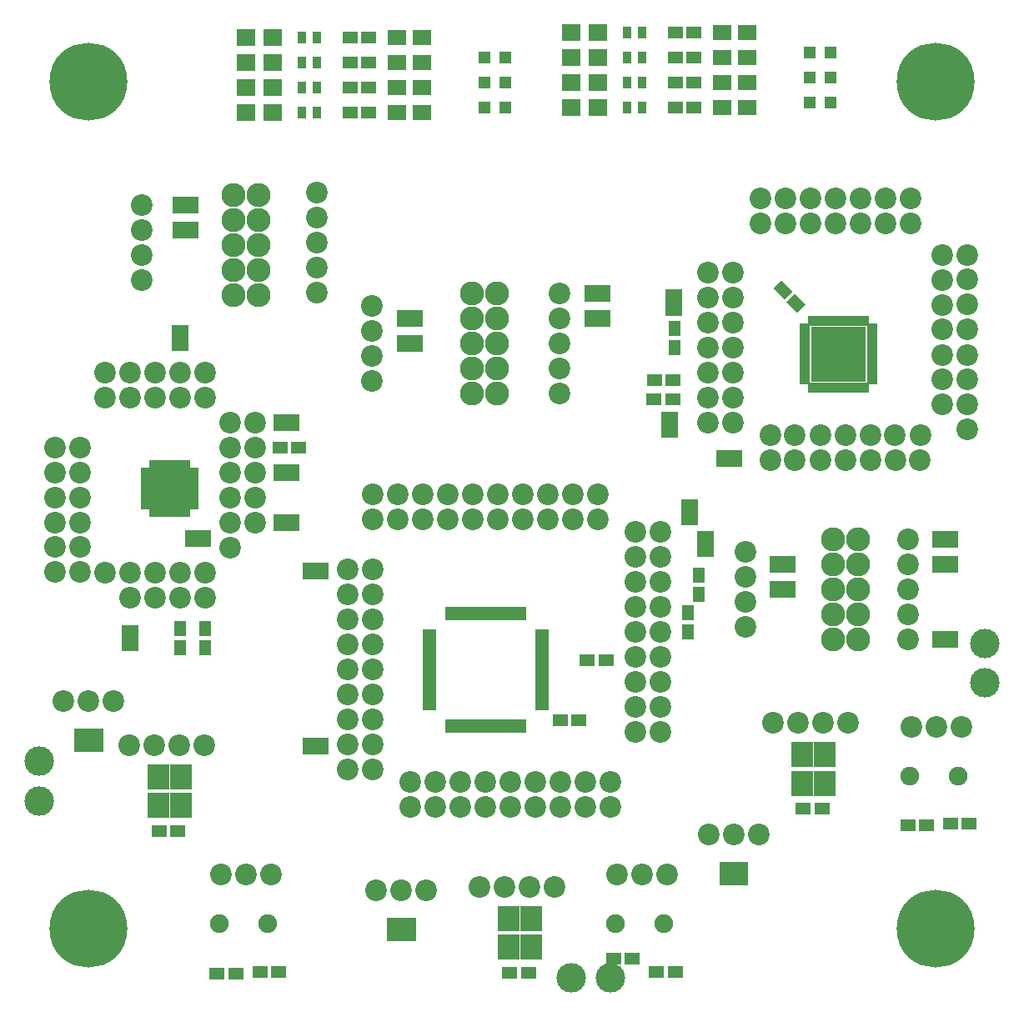
<source format=gbr>
G04 #@! TF.FileFunction,Soldermask,Top*
%FSLAX46Y46*%
G04 Gerber Fmt 4.6, Leading zero omitted, Abs format (unit mm)*
G04 Created by KiCad (PCBNEW 4.0.7-e2-6376~58~ubuntu16.04.1) date Sun Apr 22 16:59:19 2018*
%MOMM*%
%LPD*%
G01*
G04 APERTURE LIST*
%ADD10C,0.100000*%
%ADD11C,3.000000*%
%ADD12C,7.900000*%
%ADD13R,1.200000X1.300000*%
%ADD14R,1.900000X1.650000*%
%ADD15R,0.900000X1.300000*%
%ADD16R,1.600000X1.150000*%
%ADD17R,1.900000X1.700000*%
%ADD18C,2.200000*%
%ADD19C,1.900000*%
%ADD20R,2.200000X2.500000*%
%ADD21R,1.000000X2.400000*%
%ADD22R,1.670000X1.370000*%
%ADD23R,1.370000X1.670000*%
%ADD24R,1.150000X1.600000*%
%ADD25C,2.440000*%
%ADD26R,1.100000X0.650000*%
%ADD27R,0.650000X1.100000*%
%ADD28R,1.687500X1.687500*%
%ADD29R,2.125000X2.125000*%
%ADD30R,1.400000X0.650000*%
%ADD31R,0.650000X1.400000*%
G04 APERTURE END LIST*
D10*
D11*
X198000000Y-104000000D03*
X160000000Y-138000000D03*
X102000000Y-116000000D03*
X198000000Y-108000000D03*
X156000000Y-138000000D03*
D12*
X192989200Y-132999480D03*
X107015280Y-132999480D03*
X192996820Y-46992540D03*
D13*
X180219640Y-49108360D03*
X182319640Y-49108360D03*
X180219640Y-44028360D03*
X182319640Y-44028360D03*
X180219640Y-46568360D03*
X182319640Y-46568360D03*
D14*
X171383640Y-44536360D03*
X173883640Y-44536360D03*
X171383640Y-47076360D03*
X173883640Y-47076360D03*
X171383640Y-41996360D03*
X173883640Y-41996360D03*
D15*
X161723640Y-49616360D03*
X163223640Y-49616360D03*
X161723640Y-47076360D03*
X163223640Y-47076360D03*
X161723640Y-41996360D03*
X163223640Y-41996360D03*
X161723640Y-44536360D03*
X163223640Y-44536360D03*
D14*
X171383640Y-49616360D03*
X173883640Y-49616360D03*
D16*
X166603640Y-49616360D03*
X168503640Y-49616360D03*
X166603640Y-47076360D03*
X168503640Y-47076360D03*
X166603640Y-41996360D03*
X168503640Y-41996360D03*
X166603640Y-44536360D03*
X168503640Y-44536360D03*
D17*
X156043640Y-47076360D03*
X158743640Y-47076360D03*
X156043640Y-49616360D03*
X158743640Y-49616360D03*
X156043640Y-44536360D03*
X158743640Y-44536360D03*
X156043640Y-41996360D03*
X158743640Y-41996360D03*
D13*
X147199640Y-47076360D03*
X149299640Y-47076360D03*
X147199640Y-49616360D03*
X149299640Y-49616360D03*
X147199640Y-44536360D03*
X149299640Y-44536360D03*
D16*
X190184960Y-122494040D03*
X192084960Y-122494040D03*
D18*
X190586360Y-112461040D03*
X193126360Y-112461040D03*
X195666360Y-112461040D03*
D16*
X196438560Y-122316240D03*
X194538560Y-122316240D03*
D19*
X190405360Y-117464840D03*
X195285360Y-117464840D03*
D18*
X179085240Y-112097820D03*
D16*
X179570340Y-120822720D03*
X181470340Y-120822720D03*
D18*
X176545240Y-112097820D03*
X181625240Y-112097820D03*
D20*
X179478740Y-115312702D03*
X179478740Y-118212702D03*
X181778740Y-118212702D03*
X181778740Y-115312702D03*
D18*
X184165240Y-112097820D03*
X175054260Y-123388120D03*
D21*
X171564260Y-127359620D03*
X172514260Y-127359620D03*
X173464260Y-127359620D03*
D18*
X169974260Y-123388120D03*
X172514260Y-123388120D03*
X136235440Y-129082800D03*
X138775440Y-129082800D03*
X141315440Y-129082800D03*
D21*
X137825440Y-133054300D03*
X138775440Y-133054300D03*
X139725440Y-133054300D03*
D18*
X154368500Y-128762760D03*
D20*
X149682000Y-131977642D03*
X149682000Y-134877642D03*
X151982000Y-134877642D03*
X151982000Y-131977642D03*
D18*
X146748500Y-128762760D03*
X151828500Y-128762760D03*
D16*
X149773600Y-137487660D03*
X151673600Y-137487660D03*
D18*
X149288500Y-128762760D03*
X165798500Y-127492760D03*
D16*
X166570700Y-137347960D03*
X164670700Y-137347960D03*
D18*
X160718500Y-127492760D03*
D16*
X160317100Y-136000000D03*
X162217100Y-136000000D03*
D18*
X163258500Y-127492760D03*
D19*
X160537500Y-132496560D03*
X165417500Y-132496560D03*
D18*
X169887900Y-66347340D03*
X172430440Y-66347340D03*
X103632000Y-94234000D03*
X106117405Y-94234000D03*
X162560000Y-110490000D03*
X158750000Y-88900000D03*
X140970000Y-91440000D03*
X140970000Y-88900000D03*
X160020000Y-120650000D03*
X165100000Y-92710000D03*
D22*
X111197405Y-102831299D03*
X111197405Y-104111299D03*
D23*
X126437405Y-81561299D03*
X127717405Y-81561299D03*
D16*
X120073340Y-137525760D03*
X121973340Y-137525760D03*
X126326940Y-137347960D03*
X124426940Y-137347960D03*
X133583640Y-42504360D03*
X135483640Y-42504360D03*
X133583640Y-45044360D03*
X135483640Y-45044360D03*
X133583640Y-47584360D03*
X135483640Y-47584360D03*
X133583640Y-50124360D03*
X135483640Y-50124360D03*
D14*
X138363640Y-50124360D03*
X140863640Y-50124360D03*
X138363640Y-47584360D03*
X140863640Y-47584360D03*
X138363640Y-45044360D03*
X140863640Y-45044360D03*
X138363640Y-42504360D03*
X140863640Y-42504360D03*
D16*
X166319240Y-79260700D03*
X164419240Y-79260700D03*
D10*
G36*
X176529357Y-67965050D02*
X177342530Y-67151877D01*
X178473901Y-68283248D01*
X177660728Y-69096421D01*
X176529357Y-67965050D01*
X176529357Y-67965050D01*
G37*
G36*
X177872859Y-69308552D02*
X178686032Y-68495379D01*
X179817403Y-69626750D01*
X179004230Y-70439923D01*
X177872859Y-69308552D01*
X177872859Y-69308552D01*
G37*
D24*
X166491920Y-73964840D03*
X166491920Y-72064840D03*
D16*
X166385280Y-77246480D03*
X164485280Y-77246480D03*
X128337405Y-84101299D03*
X126437405Y-84101299D03*
D24*
X116277405Y-104421299D03*
X116277405Y-102521299D03*
X118817405Y-102521299D03*
X118817405Y-104421299D03*
X169011600Y-97094000D03*
X169011600Y-98994000D03*
D16*
X154917100Y-111810800D03*
X156817100Y-111810800D03*
X157660300Y-105740200D03*
X159560300Y-105740200D03*
D24*
X167868600Y-100904000D03*
X167868600Y-102804000D03*
D23*
X178160600Y-95996760D03*
X176880600Y-95996760D03*
X178160600Y-98536760D03*
X176880600Y-98536760D03*
D25*
X182600600Y-93456760D03*
X185140600Y-93456760D03*
X182600600Y-95996760D03*
X185140600Y-95996760D03*
X182600600Y-98536760D03*
X185140600Y-98536760D03*
X182600600Y-101076760D03*
X185140600Y-101076760D03*
X182600600Y-103616760D03*
X185140600Y-103616760D03*
D23*
X194670600Y-93456760D03*
X193390600Y-93456760D03*
X194670600Y-95996760D03*
X193390600Y-95996760D03*
X194670600Y-103616760D03*
X193390600Y-103616760D03*
D22*
X166423340Y-68762960D03*
X166423340Y-70042960D03*
D23*
X171391660Y-85237320D03*
X172671660Y-85237320D03*
D22*
X166037260Y-81150540D03*
X166037260Y-82430540D03*
D23*
X117505524Y-59521198D03*
X116225524Y-59521198D03*
X117505524Y-62061198D03*
X116225524Y-62061198D03*
D25*
X121730524Y-58441198D03*
X124270524Y-58441198D03*
X121730524Y-60981198D03*
X124270524Y-60981198D03*
X121730524Y-63521198D03*
X124270524Y-63521198D03*
X121730524Y-66061198D03*
X124270524Y-66061198D03*
X121730524Y-68601198D03*
X124270524Y-68601198D03*
D23*
X126437405Y-86641299D03*
X127717405Y-86641299D03*
X126437405Y-91721299D03*
X127717405Y-91721299D03*
D22*
X116277405Y-73616099D03*
X116277405Y-72336099D03*
D23*
X118797005Y-93346899D03*
X117517005Y-93346899D03*
X140267892Y-71017856D03*
X138987892Y-71017856D03*
X140267892Y-73557856D03*
X138987892Y-73557856D03*
D25*
X145977892Y-68477856D03*
X148517892Y-68477856D03*
X145977892Y-71017856D03*
X148517892Y-71017856D03*
X145977892Y-73557856D03*
X148517892Y-73557856D03*
X145977892Y-76097856D03*
X148517892Y-76097856D03*
X145977892Y-78637856D03*
X148517892Y-78637856D03*
D23*
X159317892Y-68477856D03*
X158037892Y-68477856D03*
X159317892Y-71017856D03*
X158037892Y-71017856D03*
X130738800Y-96621600D03*
X129458800Y-96621600D03*
X130738800Y-114401600D03*
X129458800Y-114401600D03*
D22*
X168046400Y-91343400D03*
X168046400Y-90063400D03*
X169621200Y-94518400D03*
X169621200Y-93238400D03*
D17*
X123023640Y-42504360D03*
X125723640Y-42504360D03*
X123023640Y-45044360D03*
X125723640Y-45044360D03*
X123023640Y-47584360D03*
X125723640Y-47584360D03*
X123023640Y-50124360D03*
X125723640Y-50124360D03*
D15*
X128703640Y-42504360D03*
X130203640Y-42504360D03*
X128703640Y-45044360D03*
X130203640Y-45044360D03*
X128703640Y-47584360D03*
X130203640Y-47584360D03*
X128703640Y-50124360D03*
X130203640Y-50124360D03*
D26*
X179764190Y-71878590D03*
X179764190Y-72378590D03*
X179764190Y-72878590D03*
X179764190Y-73378590D03*
X179764190Y-73878590D03*
X179764190Y-74378590D03*
X179764190Y-74878590D03*
X179764190Y-75378590D03*
X179764190Y-75878590D03*
X179764190Y-76378590D03*
X179764190Y-76878590D03*
X179764190Y-77378590D03*
D27*
X180414190Y-78028590D03*
X180914190Y-78028590D03*
X181414190Y-78028590D03*
X181914190Y-78028590D03*
X182414190Y-78028590D03*
X182914190Y-78028590D03*
X183414190Y-78028590D03*
X183914190Y-78028590D03*
X184414190Y-78028590D03*
X184914190Y-78028590D03*
X185414190Y-78028590D03*
X185914190Y-78028590D03*
D26*
X186564190Y-77378590D03*
X186564190Y-76878590D03*
X186564190Y-76378590D03*
X186564190Y-75878590D03*
X186564190Y-75378590D03*
X186564190Y-74878590D03*
X186564190Y-74378590D03*
X186564190Y-73878590D03*
X186564190Y-73378590D03*
X186564190Y-72878590D03*
X186564190Y-72378590D03*
X186564190Y-71878590D03*
D27*
X185914190Y-71228590D03*
X185414190Y-71228590D03*
X184914190Y-71228590D03*
X184414190Y-71228590D03*
X183914190Y-71228590D03*
X183414190Y-71228590D03*
X182914190Y-71228590D03*
X182414190Y-71228590D03*
X181914190Y-71228590D03*
X181414190Y-71228590D03*
X180914190Y-71228590D03*
X180414190Y-71228590D03*
D28*
X185095440Y-76559840D03*
X185095440Y-75272340D03*
X185095440Y-73984840D03*
X185095440Y-72697340D03*
X183807940Y-76559840D03*
X183807940Y-75272340D03*
X183807940Y-73984840D03*
X183807940Y-72697340D03*
X182520440Y-76559840D03*
X182520440Y-75272340D03*
X182520440Y-73984840D03*
X182520440Y-72697340D03*
X181232940Y-76559840D03*
X181232940Y-75272340D03*
X181232940Y-73984840D03*
X181232940Y-72697340D03*
D27*
X113489905Y-90671298D03*
X113989905Y-90671298D03*
X114489905Y-90671298D03*
X114989905Y-90671298D03*
X115489905Y-90671298D03*
X115989905Y-90671298D03*
X116489905Y-90671298D03*
X116989905Y-90671298D03*
D26*
X117639905Y-90021298D03*
X117639905Y-89521298D03*
X117639905Y-89021298D03*
X117639905Y-88521298D03*
X117639905Y-88021298D03*
X117639905Y-87521298D03*
X117639905Y-87021298D03*
X117639905Y-86521298D03*
D27*
X116989905Y-85871298D03*
X116489905Y-85871298D03*
X115989905Y-85871298D03*
X115489905Y-85871298D03*
X114989905Y-85871298D03*
X114489905Y-85871298D03*
X113989905Y-85871298D03*
X113489905Y-85871298D03*
D26*
X112839905Y-86521298D03*
X112839905Y-87021298D03*
X112839905Y-87521298D03*
X112839905Y-88021298D03*
X112839905Y-88521298D03*
X112839905Y-89021298D03*
X112839905Y-89521298D03*
X112839905Y-90021298D03*
D29*
X116102405Y-87408798D03*
X114377405Y-87408798D03*
X116102405Y-89133798D03*
X114377405Y-89133798D03*
D30*
X153020000Y-110430000D03*
X153020000Y-109930000D03*
X153020000Y-109430000D03*
X153020000Y-108930000D03*
X153020000Y-108430000D03*
X153020000Y-107930000D03*
X153020000Y-107430000D03*
X153020000Y-106930000D03*
X153020000Y-106430000D03*
X153020000Y-105930000D03*
X153020000Y-105430000D03*
X153020000Y-104930000D03*
X153020000Y-104430000D03*
X153020000Y-103930000D03*
X153020000Y-103430000D03*
X153020000Y-102930000D03*
D31*
X151070000Y-100980000D03*
X150570000Y-100980000D03*
X150070000Y-100980000D03*
X149570000Y-100980000D03*
X149070000Y-100980000D03*
X148570000Y-100980000D03*
X148070000Y-100980000D03*
X147570000Y-100980000D03*
X147070000Y-100980000D03*
X146570000Y-100980000D03*
X146070000Y-100980000D03*
X145570000Y-100980000D03*
X145070000Y-100980000D03*
X144570000Y-100980000D03*
X144070000Y-100980000D03*
X143570000Y-100980000D03*
D30*
X141620000Y-102930000D03*
X141620000Y-103430000D03*
X141620000Y-103930000D03*
X141620000Y-104430000D03*
X141620000Y-104930000D03*
X141620000Y-105430000D03*
X141620000Y-105930000D03*
X141620000Y-106430000D03*
X141620000Y-106930000D03*
X141620000Y-107430000D03*
X141620000Y-107930000D03*
X141620000Y-108430000D03*
X141620000Y-108930000D03*
X141620000Y-109430000D03*
X141620000Y-109930000D03*
X141620000Y-110430000D03*
D31*
X143570000Y-112380000D03*
X144070000Y-112380000D03*
X144570000Y-112380000D03*
X145070000Y-112380000D03*
X145570000Y-112380000D03*
X146070000Y-112380000D03*
X146570000Y-112380000D03*
X147070000Y-112380000D03*
X147570000Y-112380000D03*
X148070000Y-112380000D03*
X148570000Y-112380000D03*
X149070000Y-112380000D03*
X149570000Y-112380000D03*
X150070000Y-112380000D03*
X150570000Y-112380000D03*
X151070000Y-112380000D03*
D21*
X106077980Y-113818880D03*
X107027980Y-113818880D03*
X107977980Y-113818880D03*
D20*
X114088980Y-117547902D03*
X114088980Y-120447902D03*
X116388980Y-120447902D03*
X116388980Y-117547902D03*
D19*
X120293740Y-132496560D03*
X125173740Y-132496560D03*
D18*
X109567980Y-109847380D03*
X104487980Y-109847380D03*
X113695480Y-114333020D03*
X111155480Y-114333020D03*
X120474740Y-127492760D03*
X125554740Y-127492760D03*
X116235480Y-114333020D03*
X123014740Y-127492760D03*
X107027980Y-109847380D03*
X190220600Y-98536760D03*
X190220600Y-101076760D03*
X190220600Y-95996760D03*
X190220600Y-103616760D03*
X190220600Y-93456760D03*
X173710600Y-94726760D03*
X173710600Y-99806760D03*
X173710600Y-102346760D03*
X172430440Y-81587340D03*
X172430440Y-71427340D03*
X169890440Y-81587340D03*
X169890440Y-76507340D03*
X172430440Y-76507340D03*
X181320440Y-82857340D03*
X193680080Y-69618580D03*
X181320440Y-85397340D03*
X196220080Y-69601080D03*
X183860440Y-82857340D03*
X193680080Y-67078580D03*
X183860440Y-85397340D03*
X196220080Y-67061080D03*
X186400440Y-82857340D03*
X190492380Y-61366400D03*
X190492380Y-58826400D03*
X187952380Y-61366400D03*
X187952380Y-58826400D03*
X188940440Y-85397340D03*
X193680080Y-79761080D03*
X196220080Y-79761080D03*
X193680080Y-77221080D03*
X196220080Y-77221080D03*
X185412380Y-61366400D03*
X193680080Y-74698580D03*
X185412380Y-58826400D03*
X196220080Y-74698580D03*
X182872380Y-61366400D03*
X193680080Y-72141080D03*
X182872380Y-58826400D03*
X196220080Y-72141080D03*
X180332380Y-61366400D03*
X180332380Y-58826400D03*
X177792380Y-61366400D03*
X177792380Y-58826400D03*
X169890440Y-68887340D03*
X172430440Y-68887340D03*
X169890440Y-73967340D03*
X172430440Y-73967340D03*
X178745440Y-82857340D03*
X178745440Y-85397340D03*
X176240440Y-82857340D03*
X176240440Y-85397340D03*
X169890440Y-71427340D03*
X196220080Y-82301080D03*
X188905440Y-82857340D03*
X172430440Y-79047340D03*
X169890440Y-79047340D03*
X130200524Y-63331198D03*
X130200524Y-65871198D03*
X130200524Y-60791198D03*
X130200524Y-68411198D03*
X130200524Y-58251198D03*
X116277405Y-99341299D03*
X123897405Y-84101299D03*
X116277405Y-96801299D03*
X112420524Y-59521198D03*
X112420524Y-64601198D03*
X112420524Y-67141198D03*
X112420524Y-62061198D03*
X121357405Y-91721299D03*
X123897405Y-89181299D03*
X113737405Y-79021299D03*
X121357405Y-89181299D03*
X111197405Y-76481299D03*
X123897405Y-86641299D03*
X111197405Y-79021299D03*
X121357405Y-86641299D03*
X103577405Y-84101299D03*
X106117405Y-86641299D03*
X103577405Y-86641299D03*
X106117405Y-89181299D03*
X118817405Y-76481299D03*
X118817405Y-79021299D03*
X116277405Y-76481299D03*
X116277405Y-79021299D03*
X113737405Y-76481299D03*
X103577405Y-89181299D03*
X106117405Y-91721299D03*
X103577405Y-91721299D03*
X111197405Y-96801299D03*
X113737405Y-99341299D03*
X108657405Y-96801299D03*
X123897405Y-91721299D03*
X113737405Y-96801299D03*
X106117405Y-84101299D03*
X111197405Y-99341299D03*
X121357405Y-94261299D03*
X154867892Y-73557856D03*
X154867892Y-76097856D03*
X154867892Y-71017856D03*
X154867892Y-78637856D03*
X154867892Y-68477856D03*
X135817892Y-69747856D03*
X135817892Y-74827856D03*
X135817892Y-77367856D03*
X160020000Y-118110000D03*
X162560000Y-105410000D03*
X135890000Y-114300000D03*
X165100000Y-97790000D03*
X162560000Y-97790000D03*
X151130000Y-88900000D03*
X133350000Y-109220000D03*
X151130000Y-91440000D03*
X135890000Y-109220000D03*
X148590000Y-88900000D03*
X133350000Y-111760000D03*
X148590000Y-91440000D03*
X135890000Y-111760000D03*
X146050000Y-88900000D03*
X139700000Y-118110000D03*
X146050000Y-91440000D03*
X139700000Y-120650000D03*
X143510000Y-88900000D03*
X142240000Y-118110000D03*
X143510000Y-91440000D03*
X142240000Y-120650000D03*
X138430000Y-91440000D03*
X144780000Y-118110000D03*
X133350000Y-96520000D03*
X144780000Y-120650000D03*
X135890000Y-96520000D03*
X147320000Y-118110000D03*
X147320000Y-120650000D03*
X133350000Y-99060000D03*
X135890000Y-99060000D03*
X149860000Y-118110000D03*
X133350000Y-101600000D03*
X149860000Y-120650000D03*
X135890000Y-101600000D03*
X152400000Y-118110000D03*
X133350000Y-104140000D03*
X152400000Y-120650000D03*
X135890000Y-104140000D03*
X154940000Y-118110000D03*
X133350000Y-106680000D03*
X154940000Y-120650000D03*
X135890000Y-106680000D03*
X157480000Y-118110000D03*
X157480000Y-120650000D03*
X165100000Y-107950000D03*
X162560000Y-107950000D03*
X165100000Y-113030000D03*
X162560000Y-113030000D03*
X165100000Y-102870000D03*
X162560000Y-102870000D03*
X165100000Y-100330000D03*
X162560000Y-100330000D03*
X153670000Y-88900000D03*
X153670000Y-91440000D03*
X158750000Y-91440000D03*
X156210000Y-88900000D03*
X165100000Y-105410000D03*
X156210000Y-91440000D03*
X133350000Y-114300000D03*
X162560000Y-95250000D03*
X165100000Y-95250000D03*
X173710600Y-97266760D03*
X175252380Y-61366400D03*
X193680080Y-64538580D03*
X191480440Y-82857340D03*
X175252380Y-58826400D03*
X186400440Y-85397340D03*
X191445440Y-85397340D03*
X196220080Y-64538580D03*
X121357405Y-81561299D03*
X118817405Y-96801299D03*
X106117405Y-96774000D03*
X108657405Y-79021299D03*
X103632000Y-96774000D03*
X108657405Y-76481299D03*
X118817405Y-99341299D03*
X123897405Y-81561299D03*
X135817892Y-72287856D03*
X162560000Y-92710000D03*
X135890000Y-91440000D03*
X135890000Y-116840000D03*
X165100000Y-110490000D03*
X138430000Y-88900000D03*
X135890000Y-88900000D03*
X133350000Y-116840000D03*
X121357405Y-84101299D03*
X118775480Y-114333020D03*
D16*
X114180580Y-123057920D03*
X116080580Y-123057920D03*
D12*
X107002580Y-47000160D03*
D11*
X102000000Y-120000000D03*
M02*

</source>
